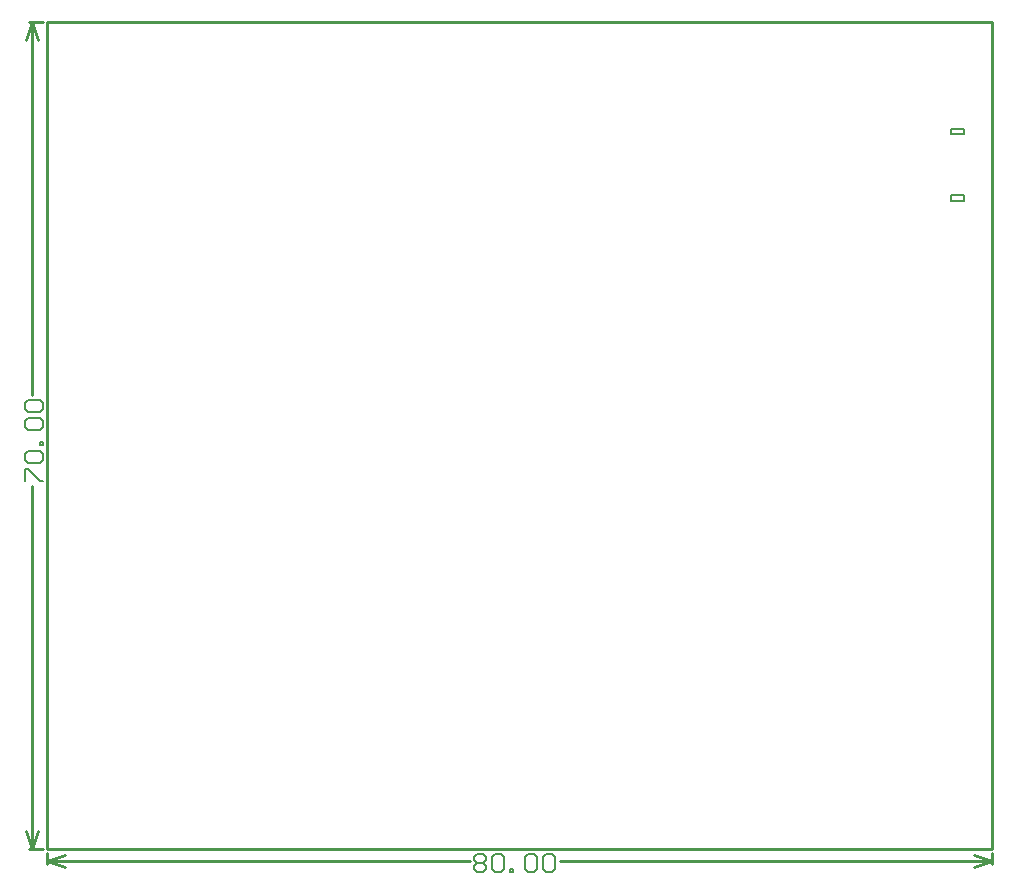
<source format=gm1>
G04*
G04 #@! TF.GenerationSoftware,Altium Limited,Altium Designer,18.1.9 (240)*
G04*
G04 Layer_Color=16711935*
%FSLAX24Y24*%
%MOIN*%
G70*
G01*
G75*
%ADD14C,0.0100*%
%ADD16C,0.0060*%
%ADD19C,0.0050*%
D14*
X31496Y0D02*
Y27559D01*
X0D02*
X31496D01*
X0Y0D02*
X31496D01*
X0D02*
Y27559D01*
X-700Y600D02*
X-500Y0D01*
X-300Y600D01*
X-500Y27559D02*
X-300Y26959D01*
X-700D02*
X-500Y27559D01*
Y0D02*
Y12110D01*
Y15129D02*
Y27559D01*
X-600Y0D02*
X-150D01*
X-600Y27559D02*
X-150D01*
X0Y-400D02*
X600Y-200D01*
X0Y-400D02*
X600Y-600D01*
X30896D02*
X31496Y-400D01*
X30896Y-200D02*
X31496Y-400D01*
X0D02*
X14078D01*
X17098D02*
X31496D01*
X0Y-500D02*
Y-150D01*
X31496Y-500D02*
Y-150D01*
Y0D02*
Y27559D01*
X0D02*
X31496D01*
X0Y0D02*
X31496D01*
X0D02*
Y27559D01*
X-700Y600D02*
X-500Y0D01*
X-300Y600D01*
X-500Y27559D02*
X-300Y26959D01*
X-700D02*
X-500Y27559D01*
Y0D02*
Y12110D01*
Y15129D02*
Y27559D01*
X-600Y0D02*
X-150D01*
X-600Y27559D02*
X-150D01*
X0Y-400D02*
X600Y-200D01*
X0Y-400D02*
X600Y-600D01*
X30896D02*
X31496Y-400D01*
X30896Y-200D02*
X31496Y-400D01*
X0D02*
X14078D01*
X17098D02*
X31496D01*
X0Y-500D02*
Y-150D01*
X31496Y-500D02*
Y-150D01*
D16*
X-740Y12270D02*
Y12670D01*
X-640D01*
X-240Y12270D01*
X-140D01*
X-640Y12870D02*
X-740Y12970D01*
Y13170D01*
X-640Y13270D01*
X-240D01*
X-140Y13170D01*
Y12970D01*
X-240Y12870D01*
X-640D01*
X-140Y13470D02*
X-240D01*
Y13570D01*
X-140D01*
Y13470D01*
X-640Y13969D02*
X-740Y14069D01*
Y14269D01*
X-640Y14369D01*
X-240D01*
X-140Y14269D01*
Y14069D01*
X-240Y13969D01*
X-640D01*
Y14569D02*
X-740Y14669D01*
Y14869D01*
X-640Y14969D01*
X-240D01*
X-140Y14869D01*
Y14669D01*
X-240Y14569D01*
X-640D01*
X14238Y-260D02*
X14338Y-160D01*
X14538D01*
X14638Y-260D01*
Y-360D01*
X14538Y-460D01*
X14638Y-560D01*
Y-660D01*
X14538Y-760D01*
X14338D01*
X14238Y-660D01*
Y-560D01*
X14338Y-460D01*
X14238Y-360D01*
Y-260D01*
X14338Y-460D02*
X14538D01*
X14838Y-260D02*
X14938Y-160D01*
X15138D01*
X15238Y-260D01*
Y-660D01*
X15138Y-760D01*
X14938D01*
X14838Y-660D01*
Y-260D01*
X15438Y-760D02*
Y-660D01*
X15538D01*
Y-760D01*
X15438D01*
X15938Y-260D02*
X16038Y-160D01*
X16238D01*
X16338Y-260D01*
Y-660D01*
X16238Y-760D01*
X16038D01*
X15938Y-660D01*
Y-260D01*
X16538D02*
X16638Y-160D01*
X16838D01*
X16938Y-260D01*
Y-660D01*
X16838Y-760D01*
X16638D01*
X16538Y-660D01*
Y-260D01*
X-740Y12270D02*
Y12670D01*
X-640D01*
X-240Y12270D01*
X-140D01*
X-640Y12870D02*
X-740Y12970D01*
Y13170D01*
X-640Y13270D01*
X-240D01*
X-140Y13170D01*
Y12970D01*
X-240Y12870D01*
X-640D01*
X-140Y13470D02*
X-240D01*
Y13570D01*
X-140D01*
Y13470D01*
X-640Y13969D02*
X-740Y14069D01*
Y14269D01*
X-640Y14369D01*
X-240D01*
X-140Y14269D01*
Y14069D01*
X-240Y13969D01*
X-640D01*
Y14569D02*
X-740Y14669D01*
Y14869D01*
X-640Y14969D01*
X-240D01*
X-140Y14869D01*
Y14669D01*
X-240Y14569D01*
X-640D01*
X14238Y-260D02*
X14338Y-160D01*
X14538D01*
X14638Y-260D01*
Y-360D01*
X14538Y-460D01*
X14638Y-560D01*
Y-660D01*
X14538Y-760D01*
X14338D01*
X14238Y-660D01*
Y-560D01*
X14338Y-460D01*
X14238Y-360D01*
Y-260D01*
X14338Y-460D02*
X14538D01*
X14838Y-260D02*
X14938Y-160D01*
X15138D01*
X15238Y-260D01*
Y-660D01*
X15138Y-760D01*
X14938D01*
X14838Y-660D01*
Y-260D01*
X15438Y-760D02*
Y-660D01*
X15538D01*
Y-760D01*
X15438D01*
X15938Y-260D02*
X16038Y-160D01*
X16238D01*
X16338Y-260D01*
Y-660D01*
X16238Y-760D01*
X16038D01*
X15938Y-660D01*
Y-260D01*
X16538D02*
X16638Y-160D01*
X16838D01*
X16938Y-260D01*
Y-660D01*
X16838Y-760D01*
X16638D01*
X16538Y-660D01*
Y-260D01*
D19*
X30564Y23834D02*
Y24014D01*
X30124Y23834D02*
Y24014D01*
Y23834D02*
X30564D01*
X30124Y24014D02*
X30564D01*
Y21610D02*
Y21790D01*
X30124Y21610D02*
Y21790D01*
Y21610D02*
X30564D01*
X30124Y21790D02*
X30564D01*
Y23834D02*
Y24014D01*
X30124Y23834D02*
Y24014D01*
Y23834D02*
X30564D01*
X30124Y24014D02*
X30564D01*
Y21610D02*
Y21790D01*
X30124Y21610D02*
Y21790D01*
Y21610D02*
X30564D01*
X30124Y21790D02*
X30564D01*
M02*

</source>
